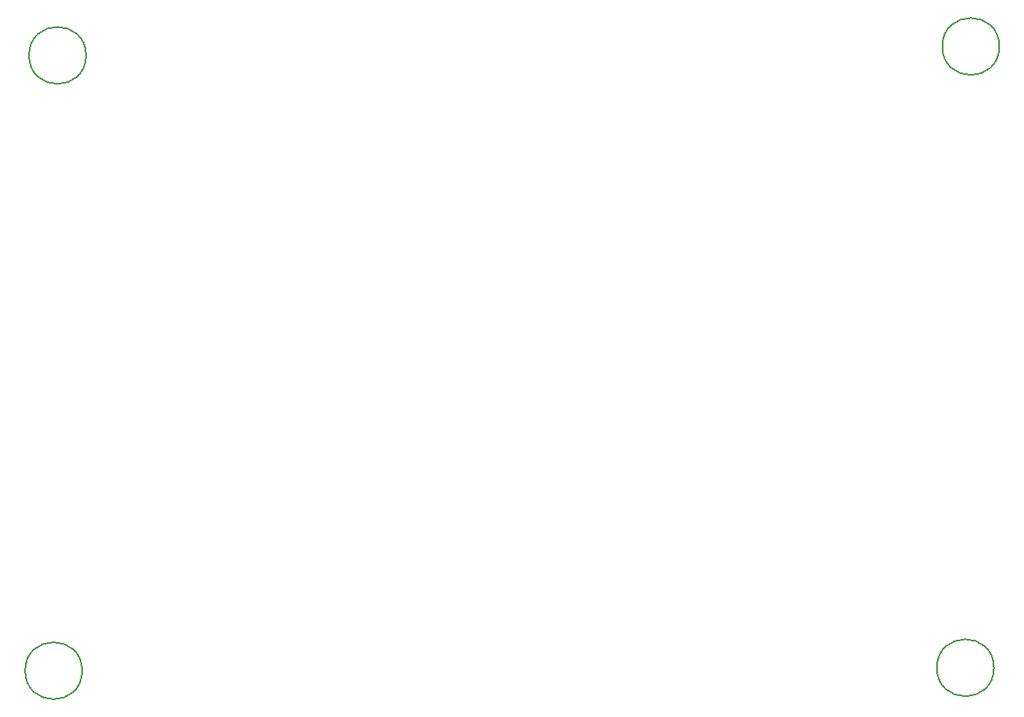
<source format=gbr>
%TF.GenerationSoftware,KiCad,Pcbnew,(6.0.7)*%
%TF.CreationDate,2022-09-06T00:26:26+01:00*%
%TF.ProjectId,Cortinas Eletricas,436f7274-696e-4617-9320-456c65747269,rev?*%
%TF.SameCoordinates,Original*%
%TF.FileFunction,Other,Comment*%
%FSLAX46Y46*%
G04 Gerber Fmt 4.6, Leading zero omitted, Abs format (unit mm)*
G04 Created by KiCad (PCBNEW (6.0.7)) date 2022-09-06 00:26:26*
%MOMM*%
%LPD*%
G01*
G04 APERTURE LIST*
%ADD10C,0.150000*%
G04 APERTURE END LIST*
D10*
%TO.C,REF\u002A\u002A*%
X184420000Y-68480000D02*
G75*
G03*
X184420000Y-68480000I-3000000J0D01*
G01*
X183850000Y-133850000D02*
G75*
G03*
X183850000Y-133850000I-3000000J0D01*
G01*
X87960000Y-134160000D02*
G75*
G03*
X87960000Y-134160000I-3000000J0D01*
G01*
X88370000Y-69420000D02*
G75*
G03*
X88370000Y-69420000I-3000000J0D01*
G01*
%TD*%
M02*

</source>
